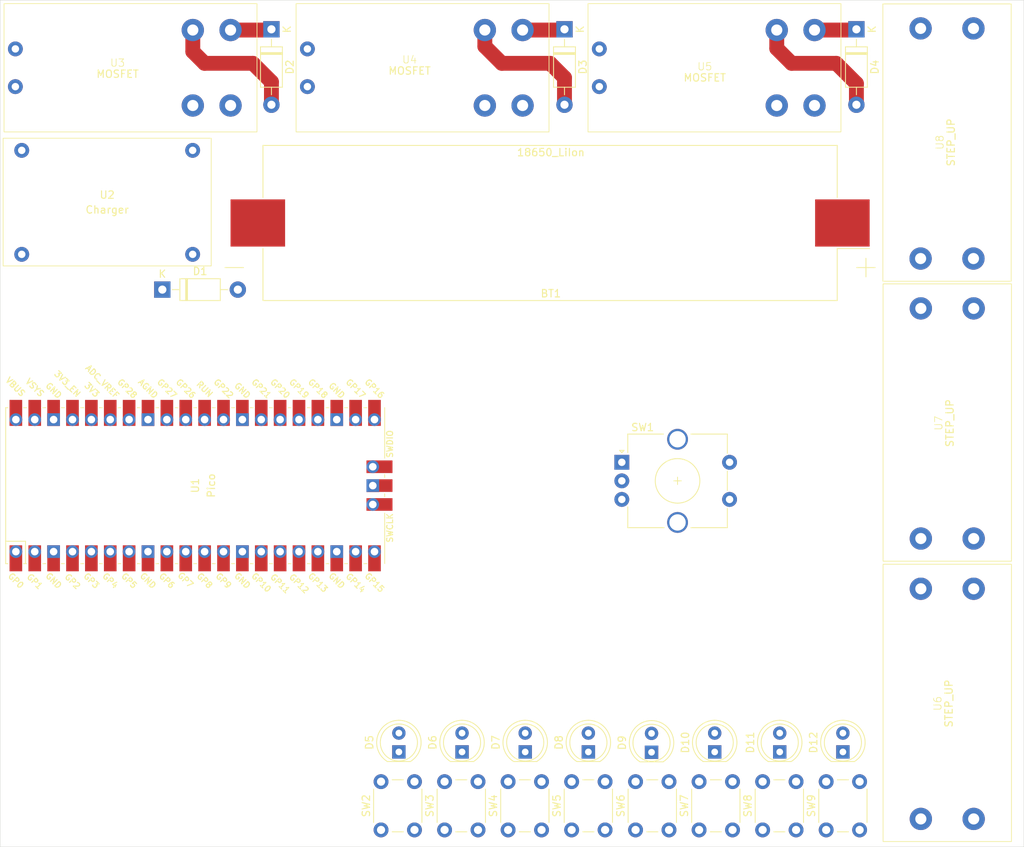
<source format=kicad_pcb>
(kicad_pcb (version 20240108) (generator "pcbnew") (generator_version "8.0")
  (title_block (title "LARS V2") (date "2024-04-01") (rev "1") (comment 1 "https://git.xythobuz.de/thomas/drumkit") (comment 2 "Licensed under the CERN-OHL-S-2.0+") (comment 4 "Copyright (c) 2024 Thomas Buck, Kauzerei"))
  (layers (0 "F.Cu" signal) (31 "B.Cu" signal) (34 "B.Paste" user) (35 "F.Paste" user) (36 "B.SilkS" user "B.Silkscreen") (37 "F.SilkS" user "F.Silkscreen") (38 "B.Mask" user) (39 "F.Mask" user) (44 "Edge.Cuts" user))
  (net 0 "")
  (net 3 "+BATT")
  (net 15 "Net-(D1-K)")
  (net 21 "Net-(U1-GPIO16)")
  (net 27 "GND")
  (net 29 "Net-(U1-GPIO17)")
  (net 44 "Net-(U1-GPIO18)")
  (net 45 "+3.3V")
  (net 46 "-BATT")
  (net 57 "Net-(D2-A)")
  (net 58 "Net-(D2-K)")
  (net 60 "Net-(D3-K)")
  (net 61 "Net-(D3-A)")
  (net 65 "Net-(D4-A)")
  (net 66 "Net-(D4-K)")
  (net 67 "Net-(U3-Vin-)")
  (net 68 "Net-(U3-Vin+)")
  (net 70 "Net-(U4-Vin-)")
  (net 71 "Net-(U4-Vin+)")
  (net 73 "Net-(U5-Vin+)")
  (net 74 "Net-(U5-Vin-)")
  (footprint "Button_Switch_THT:SW_PUSH_6mm_H5mm" (layer "F.Cu") (at 134.1 152.5 90)
    (property "Reference" "SW2" (at 3.25 -2 -90) (layer "F.SilkS"))
    (property "Value" "SW_Push")
    (fp_line (start 5.5 -1) (end 1 -1) (stroke (width 0.12)) (layer "F.SilkS"))
    (fp_line (start -0.25 1.5) (end -0.25 3) (stroke (width 0.12)) (layer "F.SilkS"))
    (fp_line (start 6.75 3) (end 6.75 1.5) (stroke (width 0.12)) (layer "F.SilkS"))
    (fp_line (start 1 5.5) (end 5.5 5.5) (stroke (width 0.12)) (layer "F.SilkS"))
    (pad "1" thru_hole circle (at 0 0 180) (size 2 2) (drill 1.1) (layers "*.Cu" "*.Mask"))
    (pad "1" thru_hole circle (at 6.5 0 180) (size 2 2) (drill 1.1) (layers "*.Cu" "*.Mask"))
    (pad "2" thru_hole circle (at 0 4.5 180) (size 2 2) (drill 1.1) (layers "*.Cu" "*.Mask"))
    (pad "2" thru_hole circle (at 6.5 4.5 180) (size 2 2) (drill 1.1) (layers "*.Cu" "*.Mask"))
  )
  (footprint "chinese_modules:xy-mos" (layer "F.Cu") (at 117.406 41.244 180)
    (property "Reference" "U3" (at 18.76 -7.98 0) (layer "F.SilkS") (effects (font (thickness 0.1))))
    (property "Value" "MOSFET" (at 18.76 -9.48 0) (layer "F.SilkS"))
    (fp_rect (start 0 -17.272) (end 34.036 0) (stroke (width 0.1)) (fill none) (layer "F.SilkS"))
    (pad "1" thru_hole circle (at 3.556 -13.716 180) (size 3 3) (drill 1.5) (layers "*.Cu" "*.Mask") (net 68 "Net-(U3-Vin+)"))
    (pad "2" thru_hole circle (at 8.636 -13.716 180) (size 3 3) (drill 1.5) (layers "*.Cu" "*.Mask") (net 67 "Net-(U3-Vin-)"))
    (pad "3" thru_hole circle (at 3.556 -3.556 180) (size 3 3) (drill 1.5) (layers "*.Cu" "*.Mask") (net 58 "Net-(D2-K)"))
    (pad "4" thru_hole circle (at 8.636 -3.556 180) (size 3 3) (drill 1.5) (layers "*.Cu" "*.Mask") (net 57 "Net-(D2-A)"))
    (pad "5" thru_hole circle (at 32.512 -11.176 180) (size 2 2) (drill 1) (layers "*.Cu" "*.Mask"))
    (pad "6" thru_hole circle (at 32.512 -6.096 180) (size 2 2) (drill 1) (layers "*.Cu" "*.Mask"))
  )
  (footprint "Button_Switch_THT:SW_PUSH_6mm_H5mm" (layer "F.Cu") (at 142.65 152.5 90)
    (property "Reference" "SW3" (at 3.25 -2 -90) (layer "F.SilkS"))
    (property "Value" "SW_Push")
    (fp_line (start 5.5 -1) (end 1 -1) (stroke (width 0.12)) (layer "F.SilkS"))
    (fp_line (start -0.25 1.5) (end -0.25 3) (stroke (width 0.12)) (layer "F.SilkS"))
    (fp_line (start 6.75 3) (end 6.75 1.5) (stroke (width 0.12)) (layer "F.SilkS"))
    (fp_line (start 1 5.5) (end 5.5 5.5) (stroke (width 0.12)) (layer "F.SilkS"))
    (pad "1" thru_hole circle (at 0 0 180) (size 2 2) (drill 1.1) (layers "*.Cu" "*.Mask"))
    (pad "1" thru_hole circle (at 6.5 0 180) (size 2 2) (drill 1.1) (layers "*.Cu" "*.Mask"))
    (pad "2" thru_hole circle (at 0 4.5 180) (size 2 2) (drill 1.1) (layers "*.Cu" "*.Mask"))
    (pad "2" thru_hole circle (at 6.5 4.5 180) (size 2 2) (drill 1.1) (layers "*.Cu" "*.Mask"))
  )
  (footprint "Diode_THT:D_DO-41_SOD81_P10.16mm_Horizontal" (layer "F.Cu") (at 198.068 44.7 -90)
    (property "Reference" "D4" (at 5.08 -2.47 90) (layer "F.SilkS"))
    (property "Value" "1N5819")
    (fp_line (start 2.36 1.47) (end 7.8 1.47) (stroke (width 0.12)) (layer "F.SilkS"))
    (fp_line (start 7.8 1.47) (end 7.8 -1.47) (stroke (width 0.12)) (layer "F.SilkS"))
    (fp_line (start 1.34 0) (end 2.36 0) (stroke (width 0.12)) (layer "F.SilkS"))
    (fp_line (start 8.82 0) (end 7.8 0) (stroke (width 0.12)) (layer "F.SilkS"))
    (fp_line (start 2.36 -1.47) (end 2.36 1.47) (stroke (width 0.12)) (layer "F.SilkS"))
    (fp_line (start 3.14 -1.47) (end 3.14 1.47) (stroke (width 0.12)) (layer "F.SilkS"))
    (fp_line (start 3.26 -1.47) (end 3.26 1.47) (stroke (width 0.12)) (layer "F.SilkS"))
    (fp_line (start 3.38 -1.47) (end 3.38 1.47) (stroke (width 0.12)) (layer "F.SilkS"))
    (fp_line (start 7.8 -1.47) (end 2.36 -1.47) (stroke (width 0.12)) (layer "F.SilkS"))
    (fp_text user "K" (at 0 -2.1 90) (layer "F.SilkS"))
    (pad "1" thru_hole rect (at 0 0 270) (size 2.2 2.2) (drill 1.1) (layers "*.Cu" "*.Mask") (net 66 "Net-(D4-K)"))
    (pad "2" thru_hole oval (at 10.16 0 270) (size 2.2 2.2) (drill 1.1) (layers "*.Cu" "*.Mask") (net 65 "Net-(D4-A)"))
  )
  (footprint "chinese_modules:dc-dc module" (layer "F.Cu") (at 208.738 57.28 -90)
    (property "Reference" "U8" (at 2.652 -0.556 90) (layer "F.SilkS") (effects (font (thickness 0.1))))
    (property "Value" "STEP_UP" (at 2.652 -2.056 90) (layer "F.SilkS"))
    (fp_rect (start -16.002 -10.16) (end 21.336 7.112) (stroke (width 0.1)) (fill none) (layer "F.SilkS"))
    (pad "1" thru_hole circle (at -12.7 -5.08 270) (size 3 3) (drill 1.5) (layers "*.Cu" "*.Mask") (net 46 "-BATT"))
    (pad "2" thru_hole circle (at -12.7 2.032 270) (size 3 3) (drill 1.5) (layers "*.Cu" "*.Mask") (net 3 "+BATT"))
    (pad "3" thru_hole circle (at 18.288 -5.08 270) (size 3 3) (drill 1.5) (layers "*.Cu" "*.Mask") (net 74 "Net-(U5-Vin-)"))
    (pad "4" thru_hole circle (at 18.288 2.032 270) (size 3 3) (drill 1.5) (layers "*.Cu" "*.Mask") (net 73 "Net-(U5-Vin+)"))
  )
  (footprint "Button_Switch_THT:SW_PUSH_6mm_H5mm" (layer "F.Cu") (at 176.9 152.5 90)
    (property "Reference" "SW7" (at 3.25 -2 -90) (layer "F.SilkS"))
    (property "Value" "SW_Push")
    (fp_line (start 5.5 -1) (end 1 -1) (stroke (width 0.12)) (layer "F.SilkS"))
    (fp_line (start -0.25 1.5) (end -0.25 3) (stroke (width 0.12)) (layer "F.SilkS"))
    (fp_line (start 6.75 3) (end 6.75 1.5) (stroke (width 0.12)) (layer "F.SilkS"))
    (fp_line (start 1 5.5) (end 5.5 5.5) (stroke (width 0.12)) (layer "F.SilkS"))
    (pad "1" thru_hole circle (at 0 0 180) (size 2 2) (drill 1.1) (layers "*.Cu" "*.Mask"))
    (pad "1" thru_hole circle (at 6.5 0 180) (size 2 2) (drill 1.1) (layers "*.Cu" "*.Mask"))
    (pad "2" thru_hole circle (at 0 4.5 180) (size 2 2) (drill 1.1) (layers "*.Cu" "*.Mask"))
    (pad "2" thru_hole circle (at 6.5 4.5 180) (size 2 2) (drill 1.1) (layers "*.Cu" "*.Mask"))
  )
  (footprint "Rotary_Encoder:RotaryEncoder_Alps_EC12E-Switch_Vertical_H20mm_CircularMountingHoles" (layer "F.Cu") (at 166.5 103)
    (property "Reference" "SW1" (at 2.8 -4.7 0) (layer "F.SilkS"))
    (property "Value" "RotaryEncoder_Switch")
    (fp_line (start -0.3 -1.6) (end 0.3 -1.6) (stroke (width 0.12)) (layer "F.SilkS"))
    (fp_line (start 0 -1.3) (end -0.3 -1.6) (stroke (width 0.12)) (layer "F.SilkS"))
    (fp_line (start 0.3 -1.6) (end 0 -1.3) (stroke (width 0.12)) (layer "F.SilkS"))
    (fp_line (start 0.8 -3.8) (end 0.8 -1.3) (stroke (width 0.12)) (layer "F.SilkS"))
    (fp_line (start 0.8 8.8) (end 0.8 6) (stroke (width 0.12)) (layer "F.SilkS"))
    (fp_line (start 5.6 -3.8) (end 0.8 -3.8) (stroke (width 0.12)) (layer "F.SilkS"))
    (fp_line (start 5.7 8.8) (end 0.8 8.8) (stroke (width 0.12)) (layer "F.SilkS"))
    (fp_line (start 7 2.5) (end 8 2.5) (stroke (width 0.12)) (layer "F.SilkS"))
    (fp_line (start 7.5 2) (end 7.5 3) (stroke (width 0.12)) (layer "F.SilkS"))
    (fp_line (start 9.3 -3.8) (end 14.2 -3.8) (stroke (width 0.12)) (layer "F.SilkS"))
    (fp_line (start 14.2 -3.8) (end 14.2 -1.2) (stroke (width 0.12)) (layer "F.SilkS"))
    (fp_line (start 14.2 1.2) (end 14.2 3.8) (stroke (width 0.12)) (layer "F.SilkS"))
    (fp_line (start 14.2 6.2) (end 14.2 8.8) (stroke (width 0.12)) (layer "F.SilkS"))
    (fp_line (start 14.2 8.8) (end 9.3 8.8) (stroke (width 0.12)) (layer "F.SilkS"))
    (fp_circle (center 7.5 2.5) (end 10.5 2.5) (stroke (width 0.12)) (fill none) (layer "F.SilkS"))
    (pad "A" thru_hole rect (at 0 0) (size 2 2) (drill 1) (layers "*.Cu" "*.Mask") (net 29 "Net-(U1-GPIO17)"))
    (pad "B" thru_hole circle (at 0 5) (size 2 2) (drill 1) (layers "*.Cu" "*.Mask") (net 44 "Net-(U1-GPIO18)"))
    (pad "C" thru_hole circle (at 0 2.5) (size 2 2) (drill 1) (layers "*.Cu" "*.Mask") (net 27 "GND"))
    (pad "MP" thru_hole circle (at 7.5 -3.1) (size 2.8 2.8) (drill 2.2) (layers "*.Cu" "*.Mask"))
    (pad "MP" thru_hole circle (at 7.5 8.1) (size 2.8 2.8) (drill 2.2) (layers "*.Cu" "*.Mask"))
    (pad "S1" thru_hole circle (at 14.5 0) (size 2 2) (drill 1) (layers "*.Cu" "*.Mask") (net 21 "Net-(U1-GPIO16)"))
    (pad "S2" thru_hole circle (at 14.5 5) (size 2 2) (drill 1) (layers "*.Cu" "*.Mask") (net 27 "GND"))
  )
  (footprint "Button_Switch_THT:SW_PUSH_6mm_H5mm" (layer "F.Cu") (at 159.75 152.5 90)
    (property "Reference" "SW5" (at 3.25 -2 -90) (layer "F.SilkS"))
    (property "Value" "SW_Push")
    (fp_line (start 5.5 -1) (end 1 -1) (stroke (width 0.12)) (layer "F.SilkS"))
    (fp_line (start -0.25 1.5) (end -0.25 3) (stroke (width 0.12)) (layer "F.SilkS"))
    (fp_line (start 6.75 3) (end 6.75 1.5) (stroke (width 0.12)) (layer "F.SilkS"))
    (fp_line (start 1 5.5) (end 5.5 5.5) (stroke (width 0.12)) (layer "F.SilkS"))
    (pad "1" thru_hole circle (at 0 0 180) (size 2 2) (drill 1.1) (layers "*.Cu" "*.Mask"))
    (pad "1" thru_hole circle (at 6.5 0 180) (size 2 2) (drill 1.1) (layers "*.Cu" "*.Mask"))
    (pad "2" thru_hole circle (at 0 4.5 180) (size 2 2) (drill 1.1) (layers "*.Cu" "*.Mask"))
    (pad "2" thru_hole circle (at 6.5 4.5 180) (size 2 2) (drill 1.1) (layers "*.Cu" "*.Mask"))
  )
  (footprint "Button_Switch_THT:SW_PUSH_6mm_H5mm" (layer "F.Cu") (at 151.2 152.5 90)
    (property "Reference" "SW4" (at 3.25 -2 -90) (layer "F.SilkS"))
    (property "Value" "SW_Push")
    (fp_line (start 5.5 -1) (end 1 -1) (stroke (width 0.12)) (layer "F.SilkS"))
    (fp_line (start -0.25 1.5) (end -0.25 3) (stroke (width 0.12)) (layer "F.SilkS"))
    (fp_line (start 6.75 3) (end 6.75 1.5) (stroke (width 0.12)) (layer "F.SilkS"))
    (fp_line (start 1 5.5) (end 5.5 5.5) (stroke (width 0.12)) (layer "F.SilkS"))
    (pad "1" thru_hole circle (at 0 0 180) (size 2 2) (drill 1.1) (layers "*.Cu" "*.Mask"))
    (pad "1" thru_hole circle (at 6.5 0 180) (size 2 2) (drill 1.1) (layers "*.Cu" "*.Mask"))
    (pad "2" thru_hole circle (at 0 4.5 180) (size 2 2) (drill 1.1) (layers "*.Cu" "*.Mask"))
    (pad "2" thru_hole circle (at 6.5 4.5 180) (size 2 2) (drill 1.1) (layers "*.Cu" "*.Mask"))
  )
  (footprint "KiCad-RP-Pico:RPi_Pico_SMD_TH" (layer "F.Cu") (at 109.09 106.14 90)
    (property "Reference" "U1" (at 0 0 -90) (layer "F.SilkS"))
    (property "Value" "Pico" (at 0 2.159 -90) (layer "F.SilkS"))
    (fp_line (start 10.5 -25.5) (end 10.5 -25.2) (stroke (width 0.12)) (layer "F.SilkS"))
    (fp_line (start -10.5 -25.5) (end 10.5 -25.5) (stroke (width 0.12)) (layer "F.SilkS"))
    (fp_line (start -10.5 -25.5) (end -10.5 -25.2) (stroke (width 0.12)) (layer "F.SilkS"))
    (fp_line (start 10.5 -23.1) (end 10.5 -22.7) (stroke (width 0.12)) (layer "F.SilkS"))
    (fp_line (start -10.5 -23.1) (end -10.5 -22.7) (stroke (width 0.12)) (layer "F.SilkS"))
    (fp_line (start -7.493 -22.833) (end -7.493 -25.5) (stroke (width 0.12)) (layer "F.SilkS"))
    (fp_line (start -10.5 -22.833) (end -7.493 -22.833) (stroke (width 0.12)) (layer "F.SilkS"))
    (fp_line (start 10.5 -20.5) (end 10.5 -20.1) (stroke (width 0.12)) (layer "F.SilkS"))
    (fp_line (start -10.5 -20.5) (end -10.5 -20.1) (stroke (width 0.12)) (layer "F.SilkS"))
    (fp_line (start 10.5 -18) (end 10.5 -17.6) (stroke (width 0.12)) (layer "F.SilkS"))
    (fp_line (start -10.5 -18) (end -10.5 -17.6) (stroke (width 0.12)) (layer "F.SilkS"))
    (fp_line (start 10.5 -15.4) (end 10.5 -15) (stroke (width 0.12)) (layer "F.SilkS"))
    (fp_line (start -10.5 -15.4) (end -10.5 -15) (stroke (width 0.12)) (layer "F.SilkS"))
    (fp_line (start 10.5 -12.9) (end 10.5 -12.5) (stroke (width 0.12)) (layer "F.SilkS"))
    (fp_line (start -10.5 -12.9) (end -10.5 -12.5) (stroke (width 0.12)) (layer "F.SilkS"))
    (fp_line (start 10.5 -10.4) (end 10.5 -10) (stroke (width 0.12)) (layer "F.SilkS"))
    (fp_line (start -10.5 -10.4) (end -10.5 -10) (stroke (width 0.12)) (layer "F.SilkS"))
    (fp_line (start 10.5 -7.8) (end 10.5 -7.4) (stroke (width 0.12)) (layer "F.SilkS"))
    (fp_line (start -10.5 -7.8) (end -10.5 -7.4) (stroke (width 0.12)) (layer "F.SilkS"))
    (fp_line (start 10.5 -5.3) (end 10.5 -4.9) (stroke (width 0.12)) (layer "F.SilkS"))
    (fp_line (start -10.5 -5.3) (end -10.5 -4.9) (stroke (width 0.12)) (layer "F.SilkS"))
    (fp_line (start 10.5 -2.7) (end 10.5 -2.3) (stroke (width 0.12)) (layer "F.SilkS"))
    (fp_line (start -10.5 -2.7) (end -10.5 -2.3) (stroke (width 0.12)) (layer "F.SilkS"))
    (fp_line (start 10.5 -0.2) (end 10.5 0.2) (stroke (width 0.12)) (layer "F.SilkS"))
    (fp_line (start -10.5 -0.2) (end -10.5 0.2) (stroke (width 0.12)) (layer "F.SilkS"))
    (fp_line (start 10.5 2.3) (end 10.5 2.7) (stroke (width 0.12)) (layer "F.SilkS"))
    (fp_line (start -10.5 2.3) (end -10.5 2.7) (stroke (width 0.12)) (layer "F.SilkS"))
    (fp_line (start 10.5 4.9) (end 10.5 5.3) (stroke (width 0.12)) (layer "F.SilkS"))
    (fp_line (start -10.5 4.9) (end -10.5 5.3) (stroke (width 0.12)) (layer "F.SilkS"))
    (fp_line (start 10.5 7.4) (end 10.5 7.8) (stroke (width 0.12)) (layer "F.SilkS"))
    (fp_line (start -10.5 7.4) (end -10.5 7.8) (stroke (width 0.12)) (layer "F.SilkS"))
    (fp_line (start 10.5 10) (end 10.5 10.4) (stroke (width 0.12)) (layer "F.SilkS"))
    (fp_line (start -10.5 10) (end -10.5 10.4) (stroke (width 0.12)) (layer "F.SilkS"))
    (fp_line (start 10.5 12.5) (end 10.5 12.9) (stroke (width 0.12)) (layer "F.SilkS"))
    (fp_line (start -10.5 12.5) (end -10.5 12.9) (stroke (width 0.12)) (layer "F.SilkS"))
    (fp_line (start 10.5 15.1) (end 10.5 15.5) (stroke (width 0.12)) (layer "F.SilkS"))
    (fp_line (start -10.5 15.1) (end -10.5 15.5) (stroke (width 0.12)) (layer "F.SilkS"))
    (fp_line (start 10.5 17.6) (end 10.5 18) (stroke (width 0.12)) (layer "F.SilkS"))
    (fp_line (start -10.5 17.6) (end -10.5 18) (stroke (width 0.12)) (layer "F.SilkS"))
    (fp_line (start 10.5 20.1) (end 10.5 20.5) (stroke (width 0.12)) (layer "F.SilkS"))
    (fp_line (start -10.5 20.1) (end -10.5 20.5) (stroke (width 0.12)) (layer "F.SilkS"))
    (fp_line (start 10.5 22.7) (end 10.5 23.1) (stroke (width 0.12)) (layer "F.SilkS"))
    (fp_line (start -10.5 22.7) (end -10.5 23.1) (stroke (width 0.12)) (layer "F.SilkS"))
    (fp_line (start 10.5 25.5) (end 3.7 25.5) (stroke (width 0.12)) (layer "F.SilkS"))
    (fp_line (start 1.1 25.5) (end 1.5 25.5) (stroke (width 0.12)) (layer "F.SilkS"))
    (fp_line (start -1.5 25.5) (end -1.1 25.5) (stroke (width 0.12)) (layer "F.SilkS"))
    (fp_line (start -3.7 25.5) (end -10.5 25.5) (stroke (width 0.12)) (layer "F.SilkS"))
    (fp_text user "GP15" (at -13.054 24.13 -45) (layer "F.SilkS") (effects (font (size 0.8 0.8))))
    (fp_text user "GND" (at -12.8 -6.35 -45) (layer "F.SilkS") (effects (font (size 0.8 0.8))))
    (fp_text user "GP3" (at -12.8 -13.97 -45) (layer "F.SilkS") (effects (font (size 0.8 0.8))))
    (fp_text user "3V3" (at 12.9 -13.9 -45) (layer "F.SilkS") (effects (font (size 0.8 0.8))))
    (fp_text user "GP13" (at -13.054 16.51 -45) (layer "F.SilkS") (effects (font (size 0.8 0.8))))
    (fp_text user "RUN" (at 13 1.27 -45) (layer "F.SilkS") (effects (font (size 0.8 0.8))))
    (fp_text user "GP0" (at -12.8 -24.13 -45) (layer "F.SilkS") (effects (font (size 0.8 0.8))))
    (fp_text user "GND" (at -12.8 -19.05 -45) (layer "F.SilkS") (effects (font (size 0.8 0.8))))
    (fp_text user "GP17" (at 13.054 21.59 -45) (layer "F.SilkS") (effects (font (size 0.8 0.8))))
    (fp_text user "GND" (at 12.8 19.05 -45) (layer "F.SilkS") (effects (font (size 0.8 0.8))))
    (fp_text user "AGND" (at 13.054 -6.35 -45) (layer "F.SilkS") (effects (font (size 0.8 0.8))))
    (fp_text user "GP4" (at -12.8 -11.43 -45) (layer "F.SilkS") (effects (font (size 0.8 0.8))))
    (fp_text user "GP26" (at 13.054 -1.27 -45) (layer "F.SilkS") (effects (font (size 0.8 0.8))))
    (fp_text user "GP22" (at 13.054 3.81 -45) (layer "F.SilkS") (effects (font (size 0.8 0.8))))
    (fp_text user "GP19" (at 13.054 13.97 -45) (layer "F.SilkS") (effects (font (size 0.8 0.8))))
    (fp_text user "GP12" (at -13.2 13.97 -45) (layer "F.SilkS") (effects (font (size 0.8 0.8))))
    (fp_text user "VSYS" (at 13.2 -21.59 -45) (layer "F.SilkS") (effects (font (size 0.8 0.8))))
    (fp_text user "SWDIO" (at 5.6 26.2 -90) (layer "F.SilkS") (effects (font (size 0.8 0.8))))
    (fp_text user "GP2" (at -12.9 -16.51 -45) (layer "F.SilkS") (effects (font (size 0.8 0.8))))
    (fp_text user "GND" (at 12.8 6.35 -45) (layer "F.SilkS") (effects (font (size 0.8 0.8))))
    (fp_text user "GP14" (at -13.1 21.59 -45) (layer "F.SilkS") (effects (font (size 0.8 0.8))))
    (fp_text user "GP21" (at 13.054 8.9 -45) (layer "F.SilkS") (effects (font (size 0.8 0.8))))
    (fp_text user "GP11" (at -13.2 11.43 -45) (layer "F.SilkS") (effects (font (size 0.8 0.8))))
    (fp_text user "SWCLK" (at -5.7 26.2 -90) (layer "F.SilkS") (effects (font (size 0.8 0.8))))
    (fp_text user "3V3_EN" (at 13.7 -17.2 -45) (layer "F.SilkS") (effects (font (size 0.8 0.8))))
    (fp_text user "GP8" (at -12.8 1.27 -45) (layer "F.SilkS") (effects (font (size 0.8 0.8))))
    (fp_text user "GP28" (at 13.054 -9.144 -45) (layer "F.SilkS") (effects (font (size 0.8 0.8))))
    (fp_text user "GP5" (at -12.8 -8.89 -45) (layer "F.SilkS") (effects (font (size 0.8 0.8))))
    (fp_text user "GP10" (at -13.054 8.89 -45) (layer "F.SilkS") (effects (font (size 0.8 0.8))))
    (fp_text user "GP9" (at -12.8 3.81 -45) (layer "F.SilkS") (effects (font (size 0.8 0.8))))
    (fp_text user "GP27" (at 13.054 -3.8 -45) (layer "F.SilkS") (effects (font (size 0.8 0.8))))
    (fp_text user "GND" (at 12.8 -19.05 -45) (layer "F.SilkS") (effects (font (size 0.8 0.8))))
    (fp_text user "GP18" (at 13.054 16.51 -45) (layer "F.SilkS") (effects (font (size 0.8 0.8))))
    (fp_text user "GP1" (at -12.9 -21.6 -45) (layer "F.SilkS") (effects (font (size 0.8 0.8))))
    (fp_text user "VBUS" (at 13.3 -24.2 -45) (layer "F.SilkS") (effects (font (size 0.8 0.8))))
    (fp_text user "GND" (at -12.8 6.35 -45) (layer "F.SilkS") (effects (font (size 0.8 0.8))))
    (fp_text user "GP7" (at -12.7 -1.3 -45) (layer "F.SilkS") (effects (font (size 0.8 0.8))))
    (fp_text user "GP16" (at 13.054 24.13 -45) (layer "F.SilkS") (effects (font (size 0.8 0.8))))
    (fp_text user "GP6" (at -12.8 -3.81 -45) (layer "F.SilkS") (effects (font (size 0.8 0.8))))
    (fp_text user "ADC_VREF" (at 14 -12.5 -45) (layer "F.SilkS") (effects (font (size 0.8 0.8))))
    (fp_text user "GND" (at -12.8 19.05 -45) (layer "F.SilkS") (effects (font (size 0.8 0.8))))
    (fp_text user "GP20" (at 13.054 11.43 -45) (layer "F.SilkS") (effects (font (size 0.8 0.8))))
    (pad "" np_thru_hole oval (at -2.725 -24 90) (size 1.8 1.8) (drill 1.8) (layers "*.Cu" "*.Mask"))
    (pad "" np_thru_hole oval (at -2.425 -20.97 90) (size 1.5 1.5) (drill 1.5) (layers "*.Cu" "*.Mask"))
    (pad "" np_thru_hole oval (at 2.425 -20.97 90) (size 1.5 1.5) (drill 1.5) (layers "*.Cu" "*.Mask"))
    (pad "" np_thru_hole oval (at 2.725 -24 90) (size 1.8 1.8) (drill 1.8) (layers "*.Cu" "*.Mask"))
    (pad "1" thru_hole oval (at -8.89 -24.13 90) (size 1.7 1.7) (drill 1.02) (layers "*.Cu" "*.Mask"))
    (pad "1" smd rect (at -8.89 -24.13 90) (size 3.5 1.7) (drill (offset -0.9 0)) (layers "F.Cu" "F.Mask"))
    (pad "2" thru_hole oval (at -8.89 -21.59 90) (size 1.7 1.7) (drill 1.02) (layers "*.Cu" "*.Mask"))
    (pad "2" smd rect (at -8.89 -21.59 90) (size 3.5 1.7) (drill (offset -0.9 0)) (layers "F.Cu" "F.Mask"))
    (pad "3" thru_hole rect (at -8.89 -19.05 90) (size 1.7 1.7) (drill 1.02) (layers "*.Cu" "*.Mask"))
    (pad "3" smd rect (at -8.89 -19.05 90) (size 3.5 1.7) (drill (offset -0.9 0)) (layers "F.Cu" "F.Mask"))
    (pad "4" thru_hole oval (at -8.89 -16.51 90) (size 1.7 1.7) (drill 1.02) (layers "*.Cu" "*.Mask"))
    (pad "4" smd rect (at -8.89 -16.51 90) (size 3.5 1.7) (drill (offset -0.9 0)) (layers "F.Cu" "F.Mask"))
    (pad "5" thru_hole oval (at -8.89 -13.97 90) (size 1.7 1.7) (drill 1.02) (layers "*.Cu" "*.Mask"))
    (pad "5" smd rect (at -8.89 -13.97 90) (size 3.5 1.7) (drill (offset -0.9 0)) (layers "F.Cu" "F.Mask"))
    (pad "6" thru_hole oval (at -8.89 -11.43 90) (size 1.7 1.7) (drill 1.02) (layers "*.Cu" "*.Mask"))
    (pad "6" smd rect (at -8.89 -11.43 90) (size 3.5 1.7) (drill (offset -0.9 0)) (layers "F.Cu" "F.Mask"))
    (pad "7" thru_hole oval (at -8.89 -8.89 90) (size 1.7 1.7) (drill 1.02) (layers "*.Cu" "*.Mask"))
    (pad "7" smd rect (at -8.89 -8.89 90) (size 3.5 1.7) (drill (offset -0.9 0)) (layers "F.Cu" "F.Mask"))
    (pad "8" thru_hole rect (at -8.89 -6.35 90) (size 1.7 1.7) (drill 1.02) (layers "*.Cu" "*.Mask"))
    (pad "8" smd rect (at -8.89 -6.35 90) (size 3.5 1.7) (drill (offset -0.9 0)) (layers "F.Cu" "F.Mask"))
    (pad "9" thru_hole oval (at -8.89 -3.81 90) (size 1.7 1.7) (drill 1.02) (layers "*.Cu" "*.Mask"))
    (pad "9" smd rect (at -8.89 -3.81 90) (size 3.5 1.7) (drill (offset -0.9 0)) (layers "F.Cu" "F.Mask"))
    (pad "10" thru_hole oval (at -8.89 -1.27 90) (size 1.7 1.7) (drill 1.02) (layers "*.Cu" "*.Mask"))
    (pad "10" smd rect (at -8.89 -1.27 90) (size 3.5 1.7) (drill (offset -0.9 0)) (layers "F.Cu" "F.Mask"))
    (pad "11" thru_hole oval (at -8.89 1.27 90) (size 1.7 1.7) (drill 1.02) (layers "*.Cu" "*.Mask"))
    (pad "11" smd rect (at -8.89 1.27 90) (size 3.5 1.7) (drill (offset -0.9 0)) (layers "F.Cu" "F.Mask"))
    (pad "12" thru_hole oval (at -8.89 3.81 90) (size 1.7 1.7) (drill 1.02) (layers "*.Cu" "*.Mask"))
    (pad "12" smd rect (at -8.89 3.81 90) (size 3.5 1.7) (drill (offset -0.9 0)) (layers "F.Cu" "F.Mask"))
    (pad "13" thru_hole rect (at -8.89 6.35 90) (size 1.7 1.7) (drill 1.02) (layers "*.Cu" "*.Mask"))
    (pad "13" smd rect (at -8.89 6.35 90) (size 3.5 1.7) (drill (offset -0.9 0)) (layers "F.Cu" "F.Mask"))
    (pad "14" thru_hole oval (at -8.89 8.89 90) (size 1.7 1.7) (drill 1.02) (layers "*.Cu" "*.Mask"))
    (pad "14" smd rect (at -8.89 8.89 90) (size 3.5 1.7) (drill (offset -0.9 0)) (layers "F.Cu" "F.Mask"))
    (pad "15" thru_hole oval (at -8.89 11.43 90) (size 1.7 1.7) (drill 1.02) (layers "*.Cu" "*.Mask"))
    (pad "15" smd rect (at -8.89 11.43 90) (size 3.5 1.7) (drill (offset -0.9 0)) (layers "F.Cu" "F.Mask"))
    (pad "16" thru_hole oval (at -8.89 13.97 90) (size 1.7 1.7) (drill 1.02) (layers "*.Cu" "*.Mask"))
    (pad "16" smd rect (at -8.89 13.97 90) (size 3.5 1.7) (drill (offset -0.9 0)) (layers "F.Cu" "F.Mask"))
    (pad "17" thru_hole oval (at -8.89 16.51 90) (size 1.7 1.7) (drill 1.02) (layers "*.Cu" "*.Mask"))
    (pad "17" smd rect (at -8.89 16.51 90) (size 3.5 1.7) (drill (offset -0.9 0)) (layers "F.Cu" "F.Mask"))
    (pad "18" thru_hole rect (at -8.89 19.05 90) (size 1.7 1.7) (drill 1.02) (layers "*.Cu" "*.Mask"))
    (pad "18" smd rect (at -8.89 19.05 90) (size 3.5 1.7) (drill (offset -0.9 0)) (layers "F.Cu" "F.Mask"))
    (pad "19" thru_hole oval (at -8.89 21.59 90) (size 1.7 1.7) (drill 1.02) (layers "*.Cu" "*.Mask"))
    (pad "19" smd rect (at -8.89 21.59 90) (size 3.5 1.7) (drill (offset -0.9 0)) (layers "F.Cu" "F.Mask"))
    (pad "20" thru_hole oval (at -8.89 24.13 90) (size 1.7 1.7) (drill 1.02) (layers "*.Cu" "*.Mask"))
    (pad "20" smd rect (at -8.89 24.13 90) (size 3.5 1.7) (drill (offset -0.9 0)) (layers "F.Cu" "F.Mask"))
    (pad "21" thru_hole oval (at 8.89 24.13 90) (size 1.7 1.7) (drill 1.02) (layers "*.Cu" "*.Mask") (net 21 "Net-(U1-GPIO16)"))
    (pad "21" smd rect (at 8.89 24.13 90) (size 3.5 1.7) (drill (offset 0.9 0)) (layers "F.Cu" "F.Mask") (net 21 "Net-(U1-GPIO16)"))
    (pad "22" thru_hole oval (at 8.89 21.59 90) (size 1.7 1.7) (drill 1.02) (layers "*.Cu" "*.Mask") (net 29 "Net-(U1-GPIO17)"))
    (pad "22" smd rect (at 8.89 21.59 90) (size 3.5 1.7) (drill (offset 0.9 0)) (layers "F.Cu" "F.Mask") (net 29 "Net-(U1-GPIO17)"))
    (pad "23" thru_hole rect (at 8.89 19.05 90) (size 1.7 1.7) (drill 1.02) (layers "*.Cu" "*.Mask"))
    (pad "23" smd rect (at 8.89 19.05 90) (size 3.5 1.7) (drill (offset 0.9 0)) (layers "F.Cu" "F.Mask"))
    (pad "24" thru_hole oval (at 8.89 16.51 90) (size 1.7 1.7) (drill 1.02) (layers "*.Cu" "*.Mask") (net 44 "Net-(U1-GPIO18)"))
    (pad "24" smd rect (at 8.89 16.51 90) (size 3.5 1.7) (drill (offset 0.9 0)) (layers "F.Cu" "F.Mask") (net 44 "Net-(U1-GPIO18)"))
    (pad "25" thru_hole oval (at 8.89 13.97 90) (size 1.7 1.7) (drill 1.02) (layers "*.Cu" "*.Mask"))
    (pad "25" smd rect (at 8.89 13.97 90) (size 3.5 1.7) (drill (offset 0.9 0)) (layers "F.Cu" "F.Mask"))
    (pad "26" thru_hole oval (at 8.89 11.43 90) (size 1.7 1.7) (drill 1.02) (layers "*.Cu" "*.Mask"))
    (pad "26" smd rect (at 8.89 11.43 90) (size 3.5 1.7) (drill (offset 0.9 0)) (layers "F.Cu" "F.Mask"))
    (pad "27" thru_hole oval (at 8.89 8.89 90) (size 1.7 1.7) (drill 1.02) (layers "*.Cu" "*.Mask"))
    (pad "27" smd rect (at 8.89 8.89 90) (size 3.5 1.7) (drill (offset 0.9 0)) (layers "F.Cu" "F.Mask"))
    (pad "28" thru_hole rect (at 8.89 6.35 90) (size 1.7 1.7) (drill 1.02) (layers "*.Cu" "*.Mask"))
    (pad "28" smd rect (at 8.89 6.35 90) (size 3.5 1.7) (drill (offset 0.9 0)) (layers "F.Cu" "F.Mask"))
    (pad "29" thru_hole oval (at 8.89 3.81 90) (size 1.7 1.7) (drill 1.02) (layers "*.Cu" "*.Mask"))
    (pad "29" smd rect (at 8.89 3.81 90) (size 3.5 1.7) (drill (offset 0.9 0)) (layers "F.Cu" "F.Mask"))
    (pad "30" thru_hole oval (at 8.89 1.27 90) (size 1.7 1.7) (drill 1.02) (layers "*.Cu" "*.Mask"))
    (pad "30" smd rect (at 8.89 1.27 90) (size 3.5 1.7) (drill (offset 0.9 0)) (layers "F.Cu" "F.Mask"))
    (pad "31" thru_hole oval (at 8.89 -1.27 90) (size 1.7 1.7) (drill 1.02) (layers "*.Cu" "*.Mask"))
    (pad "31" smd rect (at 8.89 -1.27 90) (size 3.5 1.7) (drill (offset 0.9 0)) (layers "F.Cu" "F.Mask"))
    (pad "32" thru_hole oval (at 8.89 -3.81 90) (size 1.7 1.7) (drill 1.02) (layers "*.Cu" "*.Mask"))
    (pad "32" smd rect (at 8.89 -3.81 90) (size 3.5 1.7) (drill (offset 0.9 0)) (layers "F.Cu" "F.Mask"))
    (pad "33" thru_hole rect (at 8.89 -6.35 90) (size 1.7 1.7) (drill 1.02) (layers "*.Cu" "*.Mask"))
    (pad "33" smd rect (at 8.89 -6.35 90) (size 3.5 1.7) (drill (offset 0.9 0)) (layers "F.Cu" "F.Mask"))
    (pad "34" thru_hole oval (at 8.89 -8.89 90) (size 1.7 1.7) (drill 1.02) (layers "*.Cu" "*.Mask"))
    (pad "34" smd rect (at 8.89 -8.89 90) (size 3.5 1.7) (drill (offset 0.9 0)) (layers "F.Cu" "F.Mask"))
    (pad "35" thru_hole oval (at 8.89 -11.43 90) (size 1.7 1.7) (drill 1.02) (layers "*.Cu" "*.Mask"))
    (pad "35" smd rect (at 8.89 -11.43 90) (size 3.5 1.7) (drill (offset 0.9 0)) (layers "F.Cu" "F.Mask"))
    (pad "36" thru_hole oval (at 8.89 -13.97 90) (size 1.7 1.7) (drill 1.02) (layers "*.Cu" "*.Mask") (net 45 "+3.3V"))
    (pad "36" smd rect (at 8.89 -13.97 90) (size 3.5 1.7) (drill (offset 0.9 0)) (layers "F.Cu" "F.Mask") (net 45 "+3.3V"))
    (pad "37" thru_hole oval (at 8.89 -16.51 90) (size 1.7 1.7) (drill 1.02) (layers "*.Cu" "*.Mask"))
    (pad "37" smd rect (at 8.89 -16.51 90) (size 3.5 1.7) (drill (offset 0.9 0)) (layers "F.Cu" "F.Mask"))
    (pad "38" thru_hole rect (at 8.89 -19.05 90) (size 1.7 1.7) (drill 1.02) (layers "*.Cu" "*.Mask"))
    (pad "38" smd rect (at 8.89 -19.05 90) (size 3.5 1.7) (drill (offset 0.9 0)) (layers "F.Cu" "F.Mask"))
    (pad "39" thru_hole oval (at 8.89 -21.59 90) (size 1.7 1.7) (drill 1.02) (layers "*.Cu" "*.Mask") (net 15 "Net-(D1-K)"))
    (pad "39" smd rect (at 8.89 -21.59 90) (size 3.5 1.7) (drill (offset 0.9 0)) (layers "F.Cu" "F.Mask") (net 15 "Net-(D1-K)"))
    (pad "40" thru_hole oval (at 8.89 -24.13 90) (size 1.7 1.7) (drill 1.02) (layers "*.Cu" "*.Mask"))
    (pad "40" smd rect (at 8.89 -24.13 90) (size 3.5 1.7) (drill (offset 0.9 0)) (layers "F.Cu" "F.Mask"))
    (pad "41" thru_hole oval (at -2.54 23.9 90) (size 1.7 1.7) (drill 1.02) (layers "*.Cu" "*.Mask"))
    (pad "41" smd rect (at -2.54 23.9 180) (size 3.5 1.7) (drill (offset -0.9 0)) (layers "F.Cu" "F.Mask"))
    (pad "42" thru_hole rect (at 0 23.9 90) (size 1.7 1.7) (drill 1.02) (layers "*.Cu" "*.Mask"))
    (pad "42" smd rect (at 0 23.9 180) (size 3.5 1.7) (drill (offset -0.9 0)) (layers "F.Cu" "F.Mask"))
    (pad "43" thru_hole oval (at 2.54 23.9 90) (size 1.7 1.7) (drill 1.02) (layers "*.Cu" "*.Mask"))
    (pad "43" smd rect (at 2.54 23.9 180) (size 3.5 1.7) (drill (offset -0.9 0)) (layers "F.Cu" "F.Mask"))
  )
  (footprint "chinese_modules:dc-dc module" (layer "F.Cu") (at 208.77 94.98 -90)
    (property "Reference" "U7" (at 2.752 -0.364 90) (layer "F.SilkS") (effects (font (thickness 0.1))))
    (property "Value" "STEP_UP" (at 2.752 -1.864 90) (layer "F.SilkS"))
    (fp_rect (start -16.002 -10.16) (end 21.336 7.112) (stroke (width 0.1)) (fill none) (layer "F.SilkS"))
    (pad "1" thru_hole circle (at -12.7 -5.08 270) (size 3 3) (drill 1.5) (layers "*.Cu" "*.Mask") (net 46 "-BATT"))
    (pad "2" thru_hole circle (at -12.7 2.032 270) (size 3 3) (drill 1.5) (layers "*.Cu" "*.Mask") (net 3 "+BATT"))
    (pad "3" thru_hole circle (at 18.288 -5.08 270) (size 3 3) (drill 1.5) (layers "*.Cu" "*.Mask") (net 70 "Net-(U4-Vin-)"))
    (pad "4" thru_hole circle (at 18.288 2.032 270) (size 3 3) (drill 1.5) (layers "*.Cu" "*.Mask") (net 71 "Net-(U4-Vin+)"))
  )
  (footprint "Diode_THT:D_DO-41_SOD81_P10.16mm_Horizontal" (layer "F.Cu") (at 119.35 44.7 -90)
    (property "Reference" "D2" (at 5.08 -2.47 90) (layer "F.SilkS"))
    (property "Value" "1N5819")
    (fp_line (start 2.36 1.47) (end 7.8 1.47) (stroke (width 0.12)) (layer "F.SilkS"))
    (fp_line (start 7.8 1.47) (end 7.8 -1.47) (stroke (width 0.12)) (layer "F.SilkS"))
    (fp_line (start 1.34 0) (end 2.36 0) (stroke (width 0.12)) (layer "F.SilkS"))
    (fp_line (start 8.82 0) (end 7.8 0) (stroke (width 0.12)) (layer "F.SilkS"))
    (fp_line (start 2.36 -1.47) (end 2.36 1.47) (stroke (width 0.12)) (layer "F.SilkS"))
    (fp_line (start 3.14 -1.47) (end 3.14 1.47) (stroke (width 0.12)) (layer "F.SilkS"))
    (fp_line (start 3.26 -1.47) (end 3.26 1.47) (stroke (width 0.12)) (layer "F.SilkS"))
    (fp_line (start 3.38 -1.47) (end 3.38 1.47) (stroke (width 0.12)) (layer "F.SilkS"))
    (fp_line (start 7.8 -1.47) (end 2.36 -1.47) (stroke (width 0.12)) (layer "F.SilkS"))
    (fp_text user "K" (at 0 -2.1 90) (layer "F.SilkS"))
    (pad "1" thru_hole rect (at 0 0 270) (size 2.2 2.2) (drill 1.1) (layers "*.Cu" "*.Mask") (net 58 "Net-(D2-K)"))
    (pad "2" thru_hole oval (at 10.16 0 270) (size 2.2 2.2) (drill 1.1) (layers "*.Cu" "*.Mask") (net 57 "Net-(D2-A)"))
  )
  (footprint "LED_THT:LED_D5.0mm" (layer "F.Cu") (at 196.25 142 90)
    (property "Reference" "D12" (at 1.27 -3.96 270) (layer "F.SilkS"))
    (property "Value" "LED")
    (fp_line (start -1.29 -1.545) (end -1.29 1.545) (stroke (width 0.12)) (layer "F.SilkS"))
    (fp_arc (start -1.29 -1.54483) (mid 2.072002 -2.880433) (end 4.26 0.000462) (stroke (width 0.12)) (layer "F.SilkS"))
    (fp_arc (start 4.26 -0.000462) (mid 2.072002 2.880433) (end -1.29 1.54483) (stroke (width 0.12)) (layer "F.SilkS"))
    (fp_circle (center 1.27 0) (end 3.77 0) (stroke (width 0.12)) (fill none) (layer "F.SilkS"))
    (pad "1" thru_hole rect (at 0 0 90) (size 1.8 1.8) (drill 0.9) (layers "*.Cu" "*.Mask"))
    (pad "2" thru_hole circle (at 2.54 0 90) (size 1.8 1.8) (drill 0.9) (layers "*.Cu" "*.Mask"))
  )
  (footprint "chinese_modules:xy-mos" (layer "F.Cu") (at 195.986 41.244 180)
    (property "Reference" "U5" (at 18.324 -8.476 0) (layer "F.SilkS") (effects (font (thickness 0.1))))
    (property "Value" "MOSFET" (at 18.324 -9.976 0) (layer "F.SilkS"))
    (fp_rect (start 0 -17.272) (end 34.036 0) (stroke (width 0.1)) (fill none) (layer "F.SilkS"))
    (pad "1" thru_hole circle (at 3.556 -13.716 180) (size 3 3) (drill 1.5) (layers "*.Cu" "*.Mask") (net 73 "Net-(U5-Vin+)"))
    (pad "2" thru_hole circle (at 8.636 -13.716 180) (size 3 3) (drill 1.5) (layers "*.Cu" "*.Mask") (net 74 "Net-(U5-Vin-)"))
    (pad "3" thru_hole circle (at 3.556 -3.556 180) (size 3 3) (drill 1.5) (layers "*.Cu" "*.Mask") (net 66 "Net-(D4-K)"))
    (pad "4" thru_hole circle (at 8.636 -3.556 180) (size 3 3) (drill 1.5) (layers "*.Cu" "*.Mask") (net 65 "Net-(D4-A)"))
    (pad "5" thru_hole circle (at 32.512 -11.176 180) (size 2 2) (drill 1) (layers "*.Cu" "*.Mask"))
    (pad "6" thru_hole circle (at 32.512 -6.096 180) (size 2 2) (drill 1) (layers "*.Cu" "*.Mask"))
  )
  (footprint "LED_THT:LED_D5.0mm" (layer "F.Cu") (at 170.5 142.04 90)
    (property "Reference" "D9" (at 1.27 -3.96 270) (layer "F.SilkS"))
    (property "Value" "LED")
    (fp_line (start -1.29 -1.545) (end -1.29 1.545) (stroke (width 0.12)) (layer "F.SilkS"))
    (fp_arc (start -1.29 -1.54483) (mid 2.072002 -2.880433) (end 4.26 0.000462) (stroke (width 0.12)) (layer "F.SilkS"))
    (fp_arc (start 4.26 -0.000462) (mid 2.072002 2.880433) (end -1.29 1.54483) (stroke (width 0.12)) (layer "F.SilkS"))
    (fp_circle (center 1.27 0) (end 3.77 0) (stroke (width 0.12)) (fill none) (layer "F.SilkS"))
    (pad "1" thru_hole rect (at 0 0 90) (size 1.8 1.8) (drill 0.9) (layers "*.Cu" "*.Mask"))
    (pad "2" thru_hole circle (at 2.54 0 90) (size 1.8 1.8) (drill 0.9) (layers "*.Cu" "*.Mask"))
  )
  (footprint "Diode_THT:D_DO-41_SOD81_P10.16mm_Horizontal" (layer "F.Cu") (at 104.67 79.75)
    (property "Reference" "D1" (at 5.08 -2.47 360) (layer "F.SilkS"))
    (property "Value" "1N5819")
    (fp_line (start 1.34 0) (end 2.36 0) (stroke (width 0.12)) (layer "F.SilkS"))
    (fp_line (start 2.36 -1.47) (end 2.36 1.47) (stroke (width 0.12)) (layer "F.SilkS"))
    (fp_line (start 2.36 1.47) (end 7.8 1.47) (stroke (width 0.12)) (layer "F.SilkS"))
    (fp_line (start 3.14 -1.47) (end 3.14 1.47) (stroke (width 0.12)) (layer "F.SilkS"))
    (fp_line (start 3.26 -1.47) (end 3.26 1.47) (stroke (width 0.12)) (layer "F.SilkS"))
    (fp_line (start 3.38 -1.47) (end 3.38 1.47) (stroke (width 0.12)) (layer "F.SilkS"))
    (fp_line (start 7.8 -1.47) (end 2.36 -1.47) (stroke (width 0.12)) (layer "F.SilkS"))
    (fp_line (start 7.8 1.47) (end 7.8 -1.47) (stroke (width 0.12)) (layer "F.SilkS"))
    (fp_line (start 8.82 0) (end 7.8 0) (stroke (width 0.12)) (layer "F.SilkS"))
    (fp_text user "K" (at 0 -2.1 360) (layer "F.SilkS"))
    (pad "1" thru_hole rect (at 0 0) (size 2.2 2.2) (drill 1.1) (layers "*.Cu" "*.Mask") (net 15 "Net-(D1-K)"))
    (pad "2" thru_hole oval (at 10.16 0) (size 2.2 2.2) (drill 1.1) (layers "*.Cu" "*.Mask") (net 3 "+BATT"))
  )
  (footprint "Battery:BatteryHolder_Keystone_1042_1x18650" (layer "F.Cu") (at 156.85 70.78 180)
    (property "Reference" "BT1" (at -0.1 -9.5 180) (layer "F.SilkS"))
    (property "Value" "18650_LiIon" (at -0.1 9.5 180) (layer "F.SilkS"))
    (fp_line (start 43.75 -6) (end 41.25 -6) (stroke (width 0.12)) (layer "F.SilkS"))
    (fp_line (start 38.64 10.44) (end -38.64 10.44) (stroke (width 0.12)) (layer "F.SilkS"))
    (fp_line (start 38.64 3.44) (end 38.64 10.44) (stroke (width 0.12)) (layer "F.SilkS"))
    (fp_line (start 38.64 -3.44) (end 38.64 -10.42) (stroke (width 0.12)) (layer "F.SilkS"))
    (fp_line (start 38.64 -10.44) (end -38.64 -10.44) (stroke (width 0.12)) (layer "F.SilkS"))
    (fp_line (start -38.64 10.44) (end -38.64 3.44) (stroke (width 0.12)) (layer "F.SilkS"))
    (fp_line (start -38.64 -3.44) (end -43 -3.44) (stroke (width 0.12)) (layer "F.SilkS"))
    (fp_line (start -38.64 -10.44) (end -38.64 -3.44) (stroke (width 0.12)) (layer "F.SilkS"))
    (fp_line (start -42.5 -4.75) (end -42.5 -7.25) (stroke (width 0.12)) (layer "F.SilkS"))
    (fp_line (start -43.75 -6) (end -41.25 -6) (stroke (width 0.12)) (layer "F.SilkS"))
    (pad "" np_thru_hole circle (at -35.93 -8 180) (size 2.39 2.39) (drill 2.39) (layers "*.Cu" "*.Mask"))
    (pad "" np_thru_hole circle (at -27.6 8 180) (size 3.45 3.45) (drill 3.45) (layers "*.Cu" "*.Mask"))
    (pad "" np_thru_hole circle (at 27.6 -8 180) (size 3.45 3.45) (drill 3.45) (layers "*.Cu" "*.Mask"))
    (pad "1" smd rect (at -39.33 0 180) (size 7.34 6.35) (layers "F.Cu" "F.Paste" "F.Mask") (net 3 "+BATT"))
    (pad "2" smd rect (at 39.33 0 180) (size 7.34 6.35) (layers "F.Cu" "F.Paste" "F.Mask") (net 46 "-BATT"))
  )
  (footprint "Button_Switch_THT:SW_PUSH_6mm_H5mm" (layer "F.Cu") (at 185.45 152.5 90)
    (property "Reference" "SW8" (at 3.25 -2 -90) (layer "F.SilkS"))
    (property "Value" "SW_Push")
    (fp_line (start 5.5 -1) (end 1 -1) (stroke (width 0.12)) (layer "F.SilkS"))
    (fp_line (start -0.25 1.5) (end -0.25 3) (stroke (width 0.12)) (layer "F.SilkS"))
    (fp_line (start 6.75 3) (end 6.75 1.5) (stroke (width 0.12)) (layer "F.SilkS"))
    (fp_line (start 1 5.5) (end 5.5 5.5) (stroke (width 0.12)) (layer "F.SilkS"))
    (pad "1" thru_hole circle (at 0 0 180) (size 2 2) (drill 1.1) (layers "*.Cu" "*.Mask"))
    (pad "1" thru_hole circle (at 6.5 0 180) (size 2 2) (drill 1.1) (layers "*.Cu" "*.Mask"))
    (pad "2" thru_hole circle (at 0 4.5 180) (size 2 2) (drill 1.1) (layers "*.Cu" "*.Mask"))
    (pad "2" thru_hole circle (at 6.5 4.5 180) (size 2 2) (drill 1.1) (layers "*.Cu" "*.Mask"))
  )
  (footprint "Diode_THT:D_DO-41_SOD81_P10.16mm_Horizontal" (layer "F.Cu") (at 158.786 44.7 -90)
    (property "Reference" "D3" (at 5.08 -2.47 90) (layer "F.SilkS"))
    (property "Value" "1N5819")
    (fp_line (start 2.36 1.47) (end 7.8 1.47) (stroke (width 0.12)) (layer "F.SilkS"))
    (fp_line (start 7.8 1.47) (end 7.8 -1.47) (stroke (width 0.12)) (layer "F.SilkS"))
    (fp_line (start 1.34 0) (end 2.36 0) (stroke (width 0.12)) (layer "F.SilkS"))
    (fp_line (start 8.82 0) (end 7.8 0) (stroke (width 0.12)) (layer "F.SilkS"))
    (fp_line (start 2.36 -1.47) (end 2.36 1.47) (stroke (width 0.12)) (layer "F.SilkS"))
    (fp_line (start 3.14 -1.47) (end 3.14 1.47) (stroke (width 0.12)) (layer "F.SilkS"))
    (fp_line (start 3.26 -1.47) (end 3.26 1.47) (stroke (width 0.12)) (layer "F.SilkS"))
    (fp_line (start 3.38 -1.47) (end 3.38 1.47) (stroke (width 0.12)) (layer "F.SilkS"))
    (fp_line (start 7.8 -1.47) (end 2.36 -1.47) (stroke (width 0.12)) (layer "F.SilkS"))
    (fp_text user "K" (at 0 -2.1 90) (layer "F.SilkS"))
    (pad "1" thru_hole rect (at 0 0 270) (size 2.2 2.2) (drill 1.1) (layers "*.Cu" "*.Mask") (net 60 "Net-(D3-K)"))
    (pad "2" thru_hole oval (at 10.16 0 270) (size 2.2 2.2) (drill 1.1) (layers "*.Cu" "*.Mask") (net 61 "Net-(D3-A)"))
  )
  (footprint "LED_THT:LED_D5.0mm" (layer "F.Cu") (at 179 142 90)
    (property "Reference" "D10" (at 1.27 -3.96 270) (layer "F.SilkS"))
    (property "Value" "LED")
    (fp_line (start -1.29 -1.545) (end -1.29 1.545) (stroke (width 0.12)) (layer "F.SilkS"))
    (fp_arc (start -1.29 -1.54483) (mid 2.072002 -2.880433) (end 4.26 0.000462) (stroke (width 0.12)) (layer "F.SilkS"))
    (fp_arc (start 4.26 -0.000462) (mid 2.072002 2.880433) (end -1.29 1.54483) (stroke (width 0.12)) (layer "F.SilkS"))
    (fp_circle (center 1.27 0) (end 3.77 0) (stroke (width 0.12)) (fill none) (layer "F.SilkS"))
    (pad "1" thru_hole rect (at 0 0 90) (size 1.8 1.8) (drill 0.9) (layers "*.Cu" "*.Mask"))
    (pad "2" thru_hole circle (at 2.54 0 90) (size 1.8 1.8) (drill 0.9) (layers "*.Cu" "*.Mask"))
  )
  (footprint "LED_THT:LED_D5.0mm" (layer "F.Cu") (at 136.5 142 90)
    (property "Reference" "D5" (at 1.27 -3.96 270) (layer "F.SilkS"))
    (property "Value" "LED")
    (fp_line (start -1.29 -1.545) (end -1.29 1.545) (stroke (width 0.12)) (layer "F.SilkS"))
    (fp_arc (start -1.29 -1.54483) (mid 2.072002 -2.880433) (end 4.26 0.000462) (stroke (width 0.12)) (layer "F.SilkS"))
    (fp_arc (start 4.26 -0.000462) (mid 2.072002 2.880433) (end -1.29 1.54483) (stroke (width 0.12)) (layer "F.SilkS"))
    (fp_circle (center 1.27 0) (end 3.77 0) (stroke (width 0.12)) (fill none) (layer "F.SilkS"))
    (pad "1" thru_hole rect (at 0 0 90) (size 1.8 1.8) (drill 0.9) (layers "*.Cu" "*.Mask"))
    (pad "2" thru_hole circle (at 2.54 0 90) (size 1.8 1.8) (drill 0.9) (layers "*.Cu" "*.Mask"))
  )
  (footprint "LED_THT:LED_D5.0mm" (layer "F.Cu") (at 145 142 90)
    (property "Reference" "D6" (at 1.27 -3.96 270) (layer "F.SilkS"))
    (property "Value" "LED")
    (fp_line (start -1.29 -1.545) (end -1.29 1.545) (stroke (width 0.12)) (layer "F.SilkS"))
    (fp_arc (start -1.29 -1.54483) (mid 2.072002 -2.880433) (end 4.26 0.000462) (stroke (width 0.12)) (layer "F.SilkS"))
    (fp_arc (start 4.26 -0.000462) (mid 2.072002 2.880433) (end -1.29 1.54483) (stroke (width 0.12)) (layer "F.SilkS"))
    (fp_circle (center 1.27 0) (end 3.77 0) (stroke (width 0.12)) (fill none) (layer "F.SilkS"))
    (pad "1" thru_hole rect (at 0 0 90) (size 1.8 1.8) (drill 0.9) (layers "*.Cu" "*.Mask"))
    (pad "2" thru_hole circle (at 2.54 0 90) (size 1.8 1.8) (drill 0.9) (layers "*.Cu" "*.Mask"))
  )
  (footprint "Button_Switch_THT:SW_PUSH_6mm_H5mm" (layer "F.Cu") (at 168.35 152.5 90)
    (property "Reference" "SW6" (at 3.25 -2 -90) (layer "F.SilkS"))
    (property "Value" "SW_Push")
    (fp_line (start 5.5 -1) (end 1 -1) (stroke (width 0.12)) (layer "F.SilkS"))
    (fp_line (start -0.25 1.5) (end -0.25 3) (stroke (width 0.12)) (layer "F.SilkS"))
    (fp_line (start 6.75 3) (end 6.75 1.5) (stroke (width 0.12)) (layer "F.SilkS"))
    (fp_line (start 1 5.5) (end 5.5 5.5) (stroke (width 0.12)) (layer "F.SilkS"))
    (pad "1" thru_hole circle (at 0 0 180) (size 2 2) (drill 1.1) (layers "*.Cu" "*.Mask"))
    (pad "1" thru_hole circle (at 6.5 0 180) (size 2 2) (drill 1.1) (layers "*.Cu" "*.Mask"))
    (pad "2" thru_hole circle (at 0 4.5 180) (size 2 2) (drill 1.1) (layers "*.Cu" "*.Mask"))
    (pad "2" thru_hole circle (at 6.5 4.5 180) (size 2 2) (drill 1.1) (layers "*.Cu" "*.Mask"))
  )
  (footprint "chinese_modules:charger" (layer "F.Cu") (at 97.25 68)
    (property "Reference" "U2" (hide yes))
    (property "Value" "Charger" (at 0 1 0) (layer "F.SilkS"))
    (fp_rect (start -14 8.564) (end 14 -8.636) (stroke (width 0.1)) (fill none) (layer "F.SilkS"))
    (fp_text user "${REFERENCE}" (at 0 -1 0) (layer "F.SilkS"))
    (pad "1" thru_hole circle (at -11.5 -7) (size 2 2) (drill 1) (layers "*.Cu" "*.Mask"))
    (pad "2" thru_hole circle (at -11.5 7) (size 2 2) (drill 1) (layers "*.Cu" "*.Mask"))
    (pad "3" thru_hole circle (at 11.5 -7) (size 2 2) (drill 1) (layers "*.Cu" "*.Mask") (net 3 "+BATT"))
    (pad "4" thru_hole circle (at 11.5 7) (size 2 2) (drill 1) (layers "*.Cu" "*.Mask") (net 46 "-BATT"))
  )
  (footprint "LED_THT:LED_D5.0mm" (layer "F.Cu") (at 187.75 142 90)
    (property "Reference" "D11" (at 1.27 -3.96 270) (layer "F.SilkS"))
    (property "Value" "LED")
    (fp_line (start -1.29 -1.545) (end -1.29 1.545) (stroke (width 0.12)) (layer "F.SilkS"))
    (fp_arc (start -1.29 -1.54483) (mid 2.072002 -2.880433) (end 4.26 0.000462) (stroke (width 0.12)) (layer "F.SilkS"))
    (fp_arc (start 4.26 -0.000462) (mid 2.072002 2.880433) (end -1.29 1.54483) (stroke (width 0.12)) (layer "F.SilkS"))
    (fp_circle (center 1.27 0) (end 3.77 0) (stroke (width 0.12)) (fill none) (layer "F.SilkS"))
    (pad "1" thru_hole rect (at 0 0 90) (size 1.8 1.8) (drill 0.9) (layers "*.Cu" "*.Mask"))
    (pad "2" thru_hole circle (at 2.54 0 90) (size 1.8 1.8) (drill 0.9) (layers "*.Cu" "*.Mask"))
  )
  (footprint "chinese_modules:xy-mos" (layer "F.Cu") (at 156.704 41.244 180)
    (property "Reference" "U4" (at 18.76 -7.548 0) (layer "F.SilkS") (effects (font (thickness 0.1))))
    (property "Value" "MOSFET" (at 18.76 -9.048 0) (layer "F.SilkS"))
    (fp_rect (start 0 -17.272) (end 34.036 0) (stroke (width 0.1)) (fill none) (layer "F.SilkS"))
    (pad "1" thru_hole circle (at 3.556 -13.716 180) (size 3 3) (drill 1.5) (layers "*.Cu" "*.Mask") (net 71 "Net-(U4-Vin+)"))
    (pad "2" thru_hole circle (at 8.636 -13.716 180) (size 3 3) (drill 1.5) (layers "*.Cu" "*.Mask") (net 70 "Net-(U4-Vin-)"))
    (pad "3" thru_hole circle (at 3.556 -3.556 180) (size 3 3) (drill 1.5) (layers "*.Cu" "*.Mask") (net 60 "Net-(D3-K)"))
    (pad "4" thru_hole circle (at 8.636 -3.556 180) (size 3 3) (drill 1.5) (layers "*.Cu" "*.Mask") (net 61 "Net-(D3-A)"))
    (pad "5" thru_hole circle (at 32.512 -11.176 180) (size 2 2) (drill 1) (layers "*.Cu" "*.Mask"))
    (pad "6" thru_hole circle (at 32.512 -6.096 180) (size 2 2) (drill 1) (layers "*.Cu" "*.Mask"))
  )
  (footprint "chinese_modules:dc-dc module" (layer "F.Cu") (at 208.77 132.73 -90)
    (property "Reference" "U6" (at 2.752 -0.236 90) (layer "F.SilkS") (effects (font (thickness 0.1))))
    (property "Value" "STEP_UP" (at 2.752 -1.736 90) (layer "F.SilkS"))
    (fp_rect (start -16.002 -10.16) (end 21.336 7.112) (stroke (width 0.1)) (fill none) (layer "F.SilkS"))
    (pad "1" thru_hole circle (at -12.7 -5.08 270) (size 3 3) (drill 1.5) (layers "*.Cu" "*.Mask") (net 46 "-BATT"))
    (pad "2" thru_hole circle (at -12.7 2.032 270) (size 3 3) (drill 1.5) (layers "*.Cu" "*.Mask") (net 3 "+BATT"))
    (pad "3" thru_hole circle (at 18.288 -5.08 270) (size 3 3) (drill 1.5) (layers "*.Cu" "*.Mask") (net 67 "Net-(U3-Vin-)"))
    (pad "4" thru_hole circle (at 18.288 2.032 270) (size 3 3) (drill 1.5) (layers "*.Cu" "*.Mask") (net 68 "Net-(U3-Vin+)"))
  )
  (footprint "LED_THT:LED_D5.0mm" (layer "F.Cu") (at 162 142 90)
    (property "Reference" "D8" (at 1.27 -3.96 270) (layer "F.SilkS"))
    (property "Value" "LED")
    (fp_line (start -1.29 -1.545) (end -1.29 1.545) (stroke (width 0.12)) (layer "F.SilkS"))
    (fp_arc (start -1.29 -1.54483) (mid 2.072002 -2.880433) (end 4.26 0.000462) (stroke (width 0.12)) (layer "F.SilkS"))
    (fp_arc (start 4.26 -0.000462) (mid 2.072002 2.880433) (end -1.29 1.54483) (stroke (width 0.12)) (layer "F.SilkS"))
    (fp_circle (center 1.27 0) (end 3.77 0) (stroke (width 0.12)) (fill none) (layer "F.SilkS"))
    (pad "1" thru_hole rect (at 0 0 90) (size 1.8 1.8) (drill 0.9) (layers "*.Cu" "*.Mask"))
    (pad "2" thru_hole circle (at 2.54 0 90) (size 1.8 1.8) (drill 0.9) (layers "*.Cu" "*.Mask"))
  )
  (footprint "LED_THT:LED_D5.0mm" (layer "F.Cu") (at 153.5 142 90)
    (property "Reference" "D7" (at 1.27 -3.96 270) (layer "F.SilkS"))
    (property "Value" "LED")
    (fp_line (start -1.29 -1.545) (end -1.29 1.545) (stroke (width 0.12)) (layer "F.SilkS"))
    (fp_arc (start -1.29 -1.54483) (mid 2.072002 -2.880433) (end 4.26 0.000462) (stroke (width 0.12)) (layer "F.SilkS"))
    (fp_arc (start 4.26 -0.000462) (mid 2.072002 2.880433) (end -1.29 1.54483) (stroke (width 0.12)) (layer "F.SilkS"))
    (fp_circle (center 1.27 0) (end 3.77 0) (stroke (width 0.12)) (fill none) (layer "F.SilkS"))
    (pad "1" thru_hole rect (at 0 0 90) (size 1.8 1.8) (drill 0.9) (layers "*.Cu" "*.Mask"))
    (pad "2" thru_hole circle (at 2.54 0 90) (size 1.8 1.8) (drill 0.9) (layers "*.Cu" "*.Mask"))
  )
  (footprint "Button_Switch_THT:SW_PUSH_6mm_H5mm" (layer "F.Cu") (at 194 152.5 90)
    (property "Reference" "SW9" (at 3.25 -2 -90) (layer "F.SilkS"))
    (property "Value" "SW_Push")
    (fp_line (start 5.5 -1) (end 1 -1) (stroke (width 0.12)) (layer "F.SilkS"))
    (fp_line (start -0.25 1.5) (end -0.25 3) (stroke (width 0.12)) (layer "F.SilkS"))
    (fp_line (start 6.75 3) (end 6.75 1.5) (stroke (width 0.12)) (layer "F.SilkS"))
    (fp_line (start 1 5.5) (end 5.5 5.5) (stroke (width 0.12)) (layer "F.SilkS"))
    (pad "1" thru_hole circle (at 0 0 180) (size 2 2) (drill 1.1) (layers "*.Cu" "*.Mask"))
    (pad "1" thru_hole circle (at 6.5 0 180) (size 2 2) (drill 1.1) (layers "*.Cu" "*.Mask"))
    (pad "2" thru_hole circle (at 0 4.5 180) (size 2 2) (drill 1.1) (layers "*.Cu" "*.Mask"))
    (pad "2" thru_hole circle (at 6.5 4.5 180) (size 2 2) (drill 1.1) (layers "*.Cu" "*.Mask"))
  )
  (gr_rect (start 82.85 40.78) (end 220.6 154.78) (stroke (width 0.05)) (fill none) (layer "Edge.Cuts"))
  (segment (start 110.35 49.28) (end 116.85 49.28) (width 2) (layer "F.Cu") (net 57))
  (segment (start 108.77 44.8) (end 108.77 47.7) (width 2) (layer "F.Cu") (net 57))
  (segment (start 119.35 51.78) (end 119.35 54.86) (width 2) (layer "F.Cu") (net 57))
  (segment (start 116.85 49.28) (end 119.35 51.78) (width 2) (layer "F.Cu") (net 57))
  (segment (start 108.77 47.7) (end 110.35 49.28) (width 2) (layer "F.Cu") (net 57))
  (segment (start 113.85 44.8) (end 119.25 44.8) (width 2) (layer "F.Cu") (net 58))
  (segment (start 119.25 44.8) (end 119.35 44.7) (width 2) (layer "F.Cu") (net 58))
  (segment (start 158.686 44.8) (end 158.786 44.7) (width 2) (layer "F.Cu") (net 60))
  (segment (start 153.148 44.8) (end 158.686 44.8) (width 2) (layer "F.Cu") (net 60))
  (segment (start 158.786 51.216) (end 158.786 54.86) (width 2) (layer "F.Cu") (net 61))
  (segment (start 150.35 49.28) (end 156.85 49.28) (width 2) (layer "F.Cu") (net 61))
  (segment (start 156.85 49.28) (end 158.786 51.216) (width 2) (layer "F.Cu") (net 61))
  (segment (start 148.068 46.998) (end 150.35 49.28) (width 2) (layer "F.Cu") (net 61))
  (segment (start 148.068 44.8) (end 148.068 46.998) (width 2) (layer "F.Cu") (net 61))
  (segment (start 198.068 51.998) (end 198.068 54.86) (width 2) (layer "F.Cu") (net 65))
  (segment (start 189.35 49.28) (end 195.35 49.28) (width 2) (layer "F.Cu") (net 65))
  (segment (start 195.35 49.28) (end 198.068 51.998) (width 2) (layer "F.Cu") (net 65))
  (segment (start 187.35 44.8) (end 187.35 47.28) (width 2) (layer "F.Cu") (net 65))
  (segment (start 187.35 47.28) (end 189.35 49.28) (width 2) (layer "F.Cu") (net 65))
  (segment (start 192.43 44.8) (end 197.968 44.8) (width 2) (layer "F.Cu") (net 66))
  (segment (start 197.968 44.8) (end 198.068 44.7) (width 2) (layer "F.Cu") (net 66))
)
</source>
